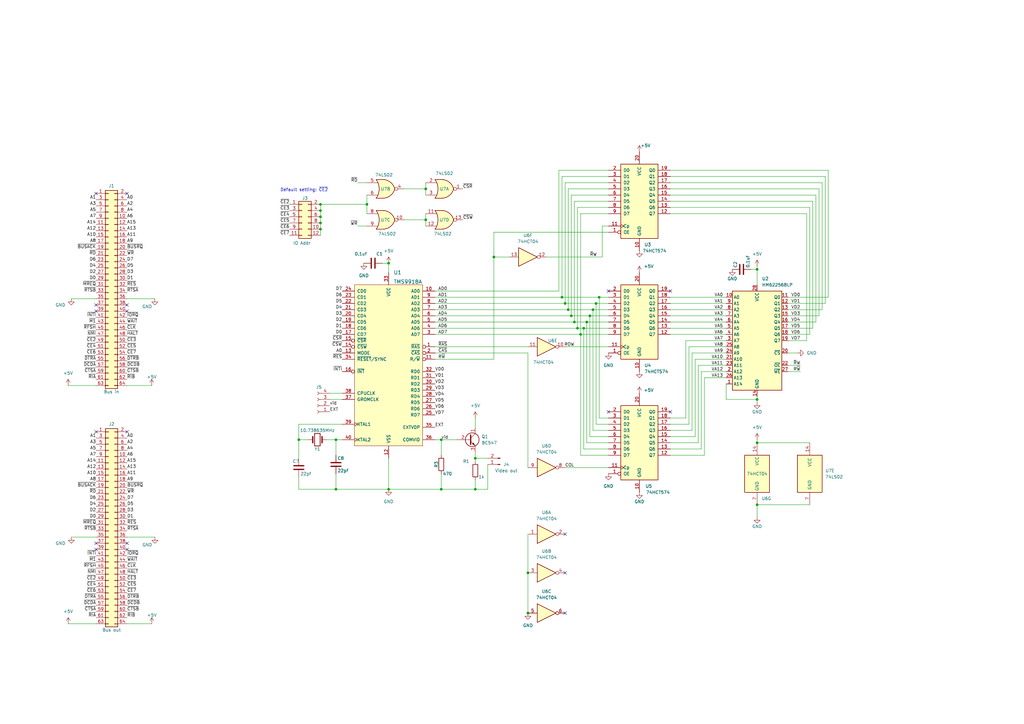
<source format=kicad_sch>
(kicad_sch (version 20211123) (generator eeschema)
  (paper "A3")
  (title_block (title "TMS9918A ") (date "2022-03") (rev "Rev.1.1") (company "Doctor Volt"))
  (lib_symbols
    (symbol "74xx:74HCT04"
      (property "Reference" "U" (at 0 1.27 0))
      (property "Value" "74HCT04" (at 0 -1.27 0))
      (symbol "74HCT04_1_0"
        (pin input line (at -7.62 0 0) (length 3.81) (name "~") (number "1"))
        (pin output inverted (at 7.62 0 180) (length 3.81) (name "~") (number "2"))
      )
      (symbol "74HCT04_2_0"
        (pin input line (at -7.62 0 0) (length 3.81) (name "~") (number "3"))
        (pin output inverted (at 7.62 0 180) (length 3.81) (name "~") (number "4"))
      )
      (symbol "74HCT04_3_0"
        (pin input line (at -7.62 0 0) (length 3.81) (name "~") (number "5"))
        (pin output inverted (at 7.62 0 180) (length 3.81) (name "~") (number "6"))
      )
      (symbol "74HCT04_4_0"
        (pin output inverted (at 7.62 0 180) (length 3.81) (name "~") (number "8"))
        (pin input line (at -7.62 0 0) (length 3.81) (name "~") (number "9"))
      )
      (symbol "74HCT04_5_0"
        (pin output inverted (at 7.62 0 180) (length 3.81) (name "~") (number "10"))
        (pin input line (at -7.62 0 0) (length 3.81) (name "~") (number "11"))
      )
      (symbol "74HCT04_6_0"
        (pin output inverted (at 7.62 0 180) (length 3.81) (name "~") (number "12"))
        (pin input line (at -7.62 0 0) (length 3.81) (name "~") (number "13"))
      )
      (symbol "74HCT04_7_0"
        (pin power_in line (at 0 12.7 270) (length 5.08) (name "VCC") (number "14"))
        (pin power_in line (at 0 -12.7 90) (length 5.08) (name "GND") (number "7"))
      )
    )
    (symbol "74xx:74LS02" (pin_names (offset 1.016))
      (property "Reference" "U" (at 0 1.27 0))
      (property "Value" "74LS02" (at 0 -1.27 0))
      (symbol "74LS02_1_1"
        (pin output inverted (at 7.62 0 180) (length 3.81) (name "~") (number "1"))
        (pin input line (at -7.62 2.54 0) (length 4.318) (name "~") (number "2"))
        (pin input line (at -7.62 -2.54 0) (length 4.318) (name "~") (number "3"))
      )
      (symbol "74LS02_1_2"
        (pin output line (at 7.62 0 180) (length 3.81) (name "~") (number "1"))
        (pin input inverted (at -7.62 2.54 0) (length 3.81) (name "~") (number "2"))
        (pin input inverted (at -7.62 -2.54 0) (length 3.81) (name "~") (number "3"))
      )
      (symbol "74LS02_2_1"
        (pin output inverted (at 7.62 0 180) (length 3.81) (name "~") (number "4"))
        (pin input line (at -7.62 2.54 0) (length 4.318) (name "~") (number "5"))
        (pin input line (at -7.62 -2.54 0) (length 4.318) (name "~") (number "6"))
      )
      (symbol "74LS02_2_2"
        (pin output line (at 7.62 0 180) (length 3.81) (name "~") (number "4"))
        (pin input inverted (at -7.62 2.54 0) (length 3.81) (name "~") (number "5"))
        (pin input inverted (at -7.62 -2.54 0) (length 3.81) (name "~") (number "6"))
      )
      (symbol "74LS02_3_1"
        (pin output inverted (at 7.62 0 180) (length 3.81) (name "~") (number "10"))
        (pin input line (at -7.62 2.54 0) (length 4.318) (name "~") (number "8"))
        (pin input line (at -7.62 -2.54 0) (length 4.318) (name "~") (number "9"))
      )
      (symbol "74LS02_3_2"
        (pin output line (at 7.62 0 180) (length 3.81) (name "~") (number "10"))
        (pin input inverted (at -7.62 2.54 0) (length 3.81) (name "~") (number "8"))
        (pin input inverted (at -7.62 -2.54 0) (length 3.81) (name "~") (number "9"))
      )
      (symbol "74LS02_4_1"
        (pin input line (at -7.62 2.54 0) (length 4.318) (name "~") (number "11"))
        (pin input line (at -7.62 -2.54 0) (length 4.318) (name "~") (number "12"))
        (pin output inverted (at 7.62 0 180) (length 3.81) (name "~") (number "13"))
      )
      (symbol "74LS02_4_2"
        (pin input inverted (at -7.62 2.54 0) (length 3.81) (name "~") (number "11"))
        (pin input inverted (at -7.62 -2.54 0) (length 3.81) (name "~") (number "12"))
        (pin output line (at 7.62 0 180) (length 3.81) (name "~") (number "13"))
      )
      (symbol "74LS02_5_0"
        (pin power_in line (at 0 12.7 270) (length 5.08) (name "VCC") (number "14"))
        (pin power_in line (at 0 -12.7 90) (length 5.08) (name "GND") (number "7"))
      )
    )
    (symbol "74xx:74LS574" (pin_names (offset 1.016))
      (property "Reference" "U" (at -7.62 16.51 0))
      (property "Value" "74LS574" (at -7.62 -16.51 0))
      (symbol "74LS574_1_0"
        (pin input inverted (at -12.7 -12.7 0) (length 5.08) (name "OE") (number "1"))
        (pin power_in line (at 0 -20.32 90) (length 5.08) (name "GND") (number "10"))
        (pin input clock (at -12.7 -10.16 0) (length 5.08) (name "Cp") (number "11"))
        (pin tri_state line (at 12.7 -5.08 180) (length 5.08) (name "Q7") (number "12"))
        (pin tri_state line (at 12.7 -2.54 180) (length 5.08) (name "Q6") (number "13"))
        (pin tri_state line (at 12.7 0 180) (length 5.08) (name "Q5") (number "14"))
        (pin tri_state line (at 12.7 2.54 180) (length 5.08) (name "Q4") (number "15"))
        (pin tri_state line (at 12.7 5.08 180) (length 5.08) (name "Q3") (number "16"))
        (pin tri_state line (at 12.7 7.62 180) (length 5.08) (name "Q2") (number "17"))
        (pin tri_state line (at 12.7 10.16 180) (length 5.08) (name "Q1") (number "18"))
        (pin tri_state line (at 12.7 12.7 180) (length 5.08) (name "Q0") (number "19"))
        (pin input line (at -12.7 12.7 0) (length 5.08) (name "D0") (number "2"))
        (pin power_in line (at 0 20.32 270) (length 5.08) (name "VCC") (number "20"))
        (pin input line (at -12.7 10.16 0) (length 5.08) (name "D1") (number "3"))
        (pin input line (at -12.7 7.62 0) (length 5.08) (name "D2") (number "4"))
        (pin input line (at -12.7 5.08 0) (length 5.08) (name "D3") (number "5"))
        (pin input line (at -12.7 2.54 0) (length 5.08) (name "D4") (number "6"))
        (pin input line (at -12.7 0 0) (length 5.08) (name "D5") (number "7"))
        (pin input line (at -12.7 -2.54 0) (length 5.08) (name "D6") (number "8"))
        (pin input line (at -12.7 -5.08 0) (length 5.08) (name "D7") (number "9"))
      )
    )
    (symbol "Connector:Conn_01x02_Male" (pin_names (offset 1.016) hide)
      (property "Reference" "J" (at 0 2.54 0))
      (property "Value" "Conn_01x02_Male" (at 0 -5.08 0))
      (symbol "Conn_01x02_Male_1_1"
        (pin passive line (at 5.08 0 180) (length 3.81) (name "Pin_1") (number "1"))
        (pin passive line (at 5.08 -2.54 180) (length 3.81) (name "Pin_2") (number "2"))
      )
    )
    (symbol "Connector:Conn_01x04_Female" (pin_names (offset 1.016) hide)
      (property "Reference" "J" (at 0 5.08 0))
      (property "Value" "Conn_01x04_Female" (at 0 -7.62 0))
      (symbol "Conn_01x04_Female_1_1"
        (pin passive line (at -5.08 2.54 0) (length 3.81) (name "Pin_1") (number "1"))
        (pin passive line (at -5.08 0 0) (length 3.81) (name "Pin_2") (number "2"))
        (pin passive line (at -5.08 -2.54 0) (length 3.81) (name "Pin_3") (number "3"))
        (pin passive line (at -5.08 -5.08 0) (length 3.81) (name "Pin_4") (number "4"))
      )
    )
    (symbol "Connector_Generic:Conn_02x06_Odd_Even" (pin_names (offset 1.016) hide)
      (property "Reference" "J" (at 1.27 7.62 0))
      (property "Value" "Conn_02x06_Odd_Even" (at 1.27 -10.16 0))
      (symbol "Conn_02x06_Odd_Even_1_1"
        (pin passive line (at -5.08 5.08 0) (length 3.81) (name "Pin_1") (number "1"))
        (pin passive line (at 7.62 -5.08 180) (length 3.81) (name "Pin_10") (number "10"))
        (pin passive line (at -5.08 -7.62 0) (length 3.81) (name "Pin_11") (number "11"))
        (pin passive line (at 7.62 -7.62 180) (length 3.81) (name "Pin_12") (number "12"))
        (pin passive line (at 7.62 5.08 180) (length 3.81) (name "Pin_2") (number "2"))
        (pin passive line (at -5.08 2.54 0) (length 3.81) (name "Pin_3") (number "3"))
        (pin passive line (at 7.62 2.54 180) (length 3.81) (name "Pin_4") (number "4"))
        (pin passive line (at -5.08 0 0) (length 3.81) (name "Pin_5") (number "5"))
        (pin passive line (at 7.62 0 180) (length 3.81) (name "Pin_6") (number "6"))
        (pin passive line (at -5.08 -2.54 0) (length 3.81) (name "Pin_7") (number "7"))
        (pin passive line (at 7.62 -2.54 180) (length 3.81) (name "Pin_8") (number "8"))
        (pin passive line (at -5.08 -5.08 0) (length 3.81) (name "Pin_9") (number "9"))
      )
    )
    (symbol "Connector_Generic:Conn_02x32_Odd_Even" (pin_names (offset 1.016) hide)
      (property "Reference" "J" (at 1.27 40.64 0))
      (property "Value" "Conn_02x32_Odd_Even" (at 1.27 -43.18 0))
      (symbol "Conn_02x32_Odd_Even_1_1"
        (pin passive line (at -5.08 38.1 0) (length 3.81) (name "Pin_1") (number "1"))
        (pin passive line (at 7.62 27.94 180) (length 3.81) (name "Pin_10") (number "10"))
        (pin passive line (at -5.08 25.4 0) (length 3.81) (name "Pin_11") (number "11"))
        (pin passive line (at 7.62 25.4 180) (length 3.81) (name "Pin_12") (number "12"))
        (pin passive line (at -5.08 22.86 0) (length 3.81) (name "Pin_13") (number "13"))
        (pin passive line (at 7.62 22.86 180) (length 3.81) (name "Pin_14") (number "14"))
        (pin passive line (at -5.08 20.32 0) (length 3.81) (name "Pin_15") (number "15"))
        (pin passive line (at 7.62 20.32 180) (length 3.81) (name "Pin_16") (number "16"))
        (pin passive line (at -5.08 17.78 0) (length 3.81) (name "Pin_17") (number "17"))
        (pin passive line (at 7.62 17.78 180) (length 3.81) (name "Pin_18") (number "18"))
        (pin passive line (at -5.08 15.24 0) (length 3.81) (name "Pin_19") (number "19"))
        (pin passive line (at 7.62 38.1 180) (length 3.81) (name "Pin_2") (number "2"))
        (pin passive line (at 7.62 15.24 180) (length 3.81) (name "Pin_20") (number "20"))
        (pin passive line (at -5.08 12.7 0) (length 3.81) (name "Pin_21") (number "21"))
        (pin passive line (at 7.62 12.7 180) (length 3.81) (name "Pin_22") (number "22"))
        (pin passive line (at -5.08 10.16 0) (length 3.81) (name "Pin_23") (number "23"))
        (pin passive line (at 7.62 10.16 180) (length 3.81) (name "Pin_24") (number "24"))
        (pin passive line (at -5.08 7.62 0) (length 3.81) (name "Pin_25") (number "25"))
        (pin passive line (at 7.62 7.62 180) (length 3.81) (name "Pin_26") (number "26"))
        (pin passive line (at -5.08 5.08 0) (length 3.81) (name "Pin_27") (number "27"))
        (pin passive line (at 7.62 5.08 180) (length 3.81) (name "Pin_28") (number "28"))
        (pin passive line (at -5.08 2.54 0) (length 3.81) (name "Pin_29") (number "29"))
        (pin passive line (at -5.08 35.56 0) (length 3.81) (name "Pin_3") (number "3"))
        (pin passive line (at 7.62 2.54 180) (length 3.81) (name "Pin_30") (number "30"))
        (pin passive line (at -5.08 0 0) (length 3.81) (name "Pin_31") (number "31"))
        (pin passive line (at 7.62 0 180) (length 3.81) (name "Pin_32") (number "32"))
        (pin passive line (at -5.08 -2.54 0) (length 3.81) (name "Pin_33") (number "33"))
        (pin passive line (at 7.62 -2.54 180) (length 3.81) (name "Pin_34") (number "34"))
        (pin passive line (at -5.08 -5.08 0) (length 3.81) (name "Pin_35") (number "35"))
        (pin passive line (at 7.62 -5.08 180) (length 3.81) (name "Pin_36") (number "36"))
        (pin passive line (at -5.08 -7.62 0) (length 3.81) (name "Pin_37") (number "37"))
        (pin passive line (at 7.62 -7.62 180) (length 3.81) (name "Pin_38") (number "38"))
        (pin passive line (at -5.08 -10.16 0) (length 3.81) (name "Pin_39") (number "39"))
        (pin passive line (at 7.62 35.56 180) (length 3.81) (name "Pin_4") (number "4"))
        (pin passive line (at 7.62 -10.16 180) (length 3.81) (name "Pin_40") (number "40"))
        (pin passive line (at -5.08 -12.7 0) (length 3.81) (name "Pin_41") (number "41"))
        (pin passive line (at 7.62 -12.7 180) (length 3.81) (name "Pin_42") (number "42"))
        (pin passive line (at -5.08 -15.24 0) (length 3.81) (name "Pin_43") (number "43"))
        (pin passive line (at 7.62 -15.24 180) (length 3.81) (name "Pin_44") (number "44"))
        (pin passive line (at -5.08 -17.78 0) (length 3.81) (name "Pin_45") (number "45"))
        (pin passive line (at 7.62 -17.78 180) (length 3.81) (name "Pin_46") (number "46"))
        (pin passive line (at -5.08 -20.32 0) (length 3.81) (name "Pin_47") (number "47"))
        (pin passive line (at 7.62 -20.32 180) (length 3.81) (name "Pin_48") (number "48"))
        (pin passive line (at -5.08 -22.86 0) (length 3.81) (name "Pin_49") (number "49"))
        (pin passive line (at -5.08 33.02 0) (length 3.81) (name "Pin_5") (number "5"))
        (pin passive line (at 7.62 -22.86 180) (length 3.81) (name "Pin_50") (number "50"))
        (pin passive line (at -5.08 -25.4 0) (length 3.81) (name "Pin_51") (number "51"))
        (pin passive line (at 7.62 -25.4 180) (length 3.81) (name "Pin_52") (number "52"))
        (pin passive line (at -5.08 -27.94 0) (length 3.81) (name "Pin_53") (number "53"))
        (pin passive line (at 7.62 -27.94 180) (length 3.81) (name "Pin_54") (number "54"))
        (pin passive line (at -5.08 -30.48 0) (length 3.81) (name "Pin_55") (number "55"))
        (pin passive line (at 7.62 -30.48 180) (length 3.81) (name "Pin_56") (number "56"))
        (pin passive line (at -5.08 -33.02 0) (length 3.81) (name "Pin_57") (number "57"))
        (pin passive line (at 7.62 -33.02 180) (length 3.81) (name "Pin_58") (number "58"))
        (pin passive line (at -5.08 -35.56 0) (length 3.81) (name "Pin_59") (number "59"))
        (pin passive line (at 7.62 33.02 180) (length 3.81) (name "Pin_6") (number "6"))
        (pin passive line (at 7.62 -35.56 180) (length 3.81) (name "Pin_60") (number "60"))
        (pin passive line (at -5.08 -38.1 0) (length 3.81) (name "Pin_61") (number "61"))
        (pin passive line (at 7.62 -38.1 180) (length 3.81) (name "Pin_62") (number "62"))
        (pin passive line (at -5.08 -40.64 0) (length 3.81) (name "Pin_63") (number "63"))
        (pin passive line (at 7.62 -40.64 180) (length 3.81) (name "Pin_64") (number "64"))
        (pin passive line (at -5.08 30.48 0) (length 3.81) (name "Pin_7") (number "7"))
        (pin passive line (at 7.62 30.48 180) (length 3.81) (name "Pin_8") (number "8"))
        (pin passive line (at -5.08 27.94 0) (length 3.81) (name "Pin_9") (number "9"))
      )
    )
    (symbol "Device:C" (pin_numbers hide) (pin_names (offset 0.254))
      (property "Reference" "C" (at 0.635 2.54 0))
      (property "Value" "C" (at 0.635 -2.54 0))
      (symbol "C_1_1"
        (pin passive line (at 0 3.81 270) (length 2.794) (name "~") (number "1"))
        (pin passive line (at 0 -3.81 90) (length 2.794) (name "~") (number "2"))
      )
    )
    (symbol "Device:Crystal" (pin_numbers hide) (pin_names (offset 1.016) hide)
      (property "Reference" "Y" (at 0 3.81 0))
      (property "Value" "Crystal" (at 0 -3.81 0))
      (symbol "Crystal_1_1"
        (pin passive line (at -3.81 0 0) (length 1.27) (name "1") (number "1"))
        (pin passive line (at 3.81 0 180) (length 1.27) (name "2") (number "2"))
      )
    )
    (symbol "Device:R" (pin_numbers hide) (pin_names (offset 0))
      (property "Reference" "R" (at 2.032 0 90))
      (property "Value" "R" (at 0 0 90))
      (symbol "R_1_1"
        (pin passive line (at 0 3.81 270) (length 1.27) (name "~") (number "1"))
        (pin passive line (at 0 -3.81 90) (length 1.27) (name "~") (number "2"))
      )
    )
    (symbol "Memory_RAM:HM62256BLP"
      (property "Reference" "U" (at -10.16 20.955 0))
      (property "Value" "HM62256BLP" (at 2.54 20.955 0))
      (symbol "HM62256BLP_0_0"
        (pin power_in line (at 0 -22.86 90) (length 2.54) (name "GND") (number "14"))
        (pin power_in line (at 0 22.86 270) (length 2.54) (name "VCC") (number "28"))
      )
      (symbol "HM62256BLP_1_1"
        (pin input line (at -12.7 -17.78 0) (length 2.54) (name "A14") (number "1"))
        (pin input line (at -12.7 17.78 0) (length 2.54) (name "A0") (number "10"))
        (pin tri_state line (at 12.7 17.78 180) (length 2.54) (name "Q0") (number "11"))
        (pin tri_state line (at 12.7 15.24 180) (length 2.54) (name "Q1") (number "12"))
        (pin tri_state line (at 12.7 12.7 180) (length 2.54) (name "Q2") (number "13"))
        (pin tri_state line (at 12.7 10.16 180) (length 2.54) (name "Q3") (number "15"))
        (pin tri_state line (at 12.7 7.62 180) (length 2.54) (name "Q4") (number "16"))
        (pin tri_state line (at 12.7 5.08 180) (length 2.54) (name "Q5") (number "17"))
        (pin tri_state line (at 12.7 2.54 180) (length 2.54) (name "Q6") (number "18"))
        (pin tri_state line (at 12.7 0 180) (length 2.54) (name "Q7") (number "19"))
        (pin input line (at -12.7 -12.7 0) (length 2.54) (name "A12") (number "2"))
        (pin input line (at 12.7 -5.08 180) (length 2.54) (name "~{CS}") (number "20"))
        (pin input line (at -12.7 -7.62 0) (length 2.54) (name "A10") (number "21"))
        (pin input line (at 12.7 -10.16 180) (length 2.54) (name "~{OE}") (number "22"))
        (pin input line (at -12.7 -10.16 0) (length 2.54) (name "A11") (number "23"))
        (pin input line (at -12.7 -5.08 0) (length 2.54) (name "A9") (number "24"))
        (pin input line (at -12.7 -2.54 0) (length 2.54) (name "A8") (number "25"))
        (pin input line (at -12.7 -15.24 0) (length 2.54) (name "A13") (number "26"))
        (pin input line (at 12.7 -12.7 180) (length 2.54) (name "~{WE}") (number "27"))
        (pin input line (at -12.7 0 0) (length 2.54) (name "A7") (number "3"))
        (pin input line (at -12.7 2.54 0) (length 2.54) (name "A6") (number "4"))
        (pin input line (at -12.7 5.08 0) (length 2.54) (name "A5") (number "5"))
        (pin input line (at -12.7 7.62 0) (length 2.54) (name "A4") (number "6"))
        (pin input line (at -12.7 10.16 0) (length 2.54) (name "A3") (number "7"))
        (pin input line (at -12.7 12.7 0) (length 2.54) (name "A2") (number "8"))
        (pin input line (at -12.7 15.24 0) (length 2.54) (name "A1") (number "9"))
      )
    )
    (symbol "Transistor_BJT:BC547" (pin_names (offset 0) hide)
      (property "Reference" "Q" (at 5.08 1.905 0))
      (property "Value" "BC547" (at 5.08 0 0))
      (symbol "BC547_1_1"
        (pin passive line (at 2.54 5.08 270) (length 2.54) (name "C") (number "1"))
        (pin input line (at -5.08 0 0) (length 5.08) (name "B") (number "2"))
        (pin passive line (at 2.54 -5.08 90) (length 2.54) (name "E") (number "3"))
      )
    )
    (symbol "power:+5V" (power) (pin_names (offset 0))
      (property "Value" "+5V" (at 0 3.556 0))
      (symbol "+5V_1_1"
        (pin power_in line (at 0 0 90) (length 0) hide (name "+5V") (number "1"))
      )
    )
    (symbol "power:GND" (power) (pin_names (offset 0))
      (property "Value" "GND" (at 0 -3.81 0))
      (symbol "GND_1_1"
        (pin power_in line (at 0 0 270) (length 0) hide (name "GND") (number "1"))
      )
    )
    (symbol "zx2022:TMS9918A" (pin_names (offset 1.016))
      (property "Reference" "U" (at -12.7 35.56 0))
      (property "Value" "TMS9918A" (at 8.89 -35.56 0))
      (symbol "TMS9918A_1_1"
        (pin output inverted (at 19.05 7.62 180) (length 5.08) (name "~{RAS}") (number "1"))
        (pin output line (at 19.05 30.48 180) (length 5.08) (name "AD0") (number "10"))
        (pin output inverted (at 19.05 2.54 180) (length 5.08) (name "R/~{W}") (number "11"))
        (pin power_in line (at 0 -38.1 90) (length 5.08) (name "VSS") (number "12"))
        (pin input line (at -19.05 5.08 0) (length 5.08) (name "MODE") (number "13"))
        (pin input inverted (at -19.05 7.62 0) (length 5.08) (name "~{CSW}") (number "14"))
        (pin input inverted (at -19.05 10.16 0) (length 5.08) (name "~{CSR}") (number "15"))
        (pin output inverted (at -19.05 -2.54 0) (length 5.08) (name "~{INT}") (number "16"))
        (pin bidirectional line (at -19.05 12.7 0) (length 5.08) (name "CD7") (number "17"))
        (pin bidirectional line (at -19.05 15.24 0) (length 5.08) (name "CD6") (number "18"))
        (pin bidirectional line (at -19.05 17.78 0) (length 5.08) (name "CD5") (number "19"))
        (pin output inverted (at 19.05 5.08 180) (length 5.08) (name "~{CAS}") (number "2"))
        (pin bidirectional line (at -19.05 20.32 0) (length 5.08) (name "CD4") (number "20"))
        (pin bidirectional line (at -19.05 22.86 0) (length 5.08) (name "CD3") (number "21"))
        (pin bidirectional line (at -19.05 25.4 0) (length 5.08) (name "CD2") (number "22"))
        (pin bidirectional line (at -19.05 27.94 0) (length 5.08) (name "CD1") (number "23"))
        (pin bidirectional line (at -19.05 30.48 0) (length 5.08) (name "CD0") (number "24"))
        (pin input line (at 19.05 -20.32 180) (length 5.08) (name "RD7") (number "25"))
        (pin input line (at 19.05 -17.78 180) (length 5.08) (name "RD6") (number "26"))
        (pin input line (at 19.05 -15.24 180) (length 5.08) (name "RD5") (number "27"))
        (pin input line (at 19.05 -12.7 180) (length 5.08) (name "RD4") (number "28"))
        (pin input line (at 19.05 -10.16 180) (length 5.08) (name "RD3") (number "29"))
        (pin output line (at 19.05 12.7 180) (length 5.08) (name "AD7") (number "3"))
        (pin input line (at 19.05 -7.62 180) (length 5.08) (name "RD2") (number "30"))
        (pin input line (at 19.05 -5.08 180) (length 5.08) (name "RD1") (number "31"))
        (pin input line (at 19.05 -2.54 180) (length 5.08) (name "RD0") (number "32"))
        (pin power_in line (at 0 38.1 270) (length 5.08) (name "VCC") (number "33"))
        (pin input line (at -19.05 2.54 0) (length 5.08) (name "~{RESET}/SYNC") (number "34"))
        (pin bidirectional line (at 19.05 -25.4 180) (length 5.08) (name "EXTVDP") (number "35"))
        (pin output line (at 19.05 -30.48 180) (length 5.08) (name "COMVID") (number "36"))
        (pin output line (at -19.05 -13.97 0) (length 5.08) (name "GROMCLK") (number "37"))
        (pin output line (at -19.05 -11.43 0) (length 5.08) (name "CPUCLK") (number "38"))
        (pin input clock (at -19.05 -24.13 0) (length 5.08) (name "XTAL1") (number "39"))
        (pin output line (at 19.05 15.24 180) (length 5.08) (name "AD6") (number "4"))
        (pin input clock (at -19.05 -30.48 0) (length 5.08) (name "XTAL2") (number "40"))
        (pin output line (at 19.05 17.78 180) (length 5.08) (name "AD5") (number "5"))
        (pin output line (at 19.05 20.32 180) (length 5.08) (name "AD4") (number "6"))
        (pin output line (at 19.05 22.86 180) (length 5.08) (name "AD3") (number "7"))
        (pin output line (at 19.05 25.4 180) (length 5.08) (name "AD2") (number "8"))
        (pin output line (at 19.05 27.94 180) (length 5.08) (name "AD1") (number "9"))
      )
    )
  )
  (junction (at 310.515 163.83))
  (junction (at 174.625 90.17))
  (junction (at 231.775 124.46))
  (junction (at 131.445 93.98))
  (junction (at 310.515 110.49))
  (junction (at 159.385 107.95))
  (junction (at 243.205 127))
  (junction (at 180.975 180.34))
  (junction (at 137.795 200.66))
  (junction (at 131.445 88.9))
  (junction (at 238.125 137.16))
  (junction (at 150.495 83.82))
  (junction (at 244.475 124.46))
  (junction (at 233.045 127))
  (junction (at 180.975 200.66))
  (junction (at 239.395 134.62))
  (junction (at 194.945 187.96))
  (junction (at 216.535 234.95))
  (junction (at 230.505 121.92))
  (junction (at 122.555 180.34))
  (junction (at 241.935 129.54))
  (junction (at 216.535 251.46))
  (junction (at 236.855 134.62))
  (junction (at 131.445 83.82))
  (junction (at 310.515 181.61))
  (junction (at 131.445 86.36))
  (junction (at 202.565 105.41))
  (junction (at 235.585 132.08))
  (junction (at 245.745 121.92))
  (junction (at 234.315 129.54))
  (junction (at 194.945 200.66))
  (junction (at 240.665 132.08))
  (junction (at 137.795 180.34))
  (junction (at 131.445 91.44))
  (junction (at 159.385 200.66))
  (junction (at 174.625 77.47))
  (junction (at 310.515 207.01))
  (no_connect (at 52.1195 225.3671))
  (no_connect (at 52.07 125.095))
  (no_connect (at 39.37 127.635))
  (no_connect (at 274.955 119.38))
  (no_connect (at 249.555 168.91))
  (no_connect (at 39.4195 177.1071))
  (no_connect (at 52.1195 222.8271))
  (no_connect (at 52.1195 177.1071))
  (no_connect (at 39.37 125.095))
  (no_connect (at 39.4195 222.8271))
  (no_connect (at 39.4195 225.3671))
  (no_connect (at 52.07 127.635))
  (no_connect (at 39.37 79.375))
  (no_connect (at 274.955 168.91))
  (no_connect (at 231.775 219.075))
  (no_connect (at 231.775 234.95))
  (no_connect (at 231.775 251.46))
  (no_connect (at 249.555 119.38))
  (no_connect (at 52.07 79.375))
  (wire (pts (xy 330.835 87.63) (xy 330.835 139.7)))
  (wire (pts (xy 281.305 139.7) (xy 281.305 171.45)))
  (wire (pts (xy 178.435 147.32) (xy 202.565 147.32)))
  (wire (pts (xy 234.315 80.01) (xy 249.555 80.01)))
  (wire (pts (xy 243.205 127) (xy 249.555 127)))
  (wire (pts (xy 216.535 144.78) (xy 216.535 191.77)))
  (wire (pts (xy 338.455 72.39) (xy 338.455 124.46)))
  (wire (pts (xy 52.1195 220.2871) (xy 63.5495 220.2871)))
  (wire (pts (xy 231.775 142.24) (xy 249.555 142.24)))
  (wire (pts (xy 274.955 134.62) (xy 297.815 134.62)))
  (wire (pts (xy 233.045 77.47) (xy 249.555 77.47)))
  (wire (pts (xy 29.2595 220.2871) (xy 39.4195 220.2871)))
  (wire (pts (xy 323.215 134.62) (xy 333.375 134.62)))
  (wire (pts (xy 249.555 179.07) (xy 241.935 179.07)))
  (wire (pts (xy 126.365 180.34) (xy 122.555 180.34)))
  (wire (pts (xy 194.945 187.96) (xy 200.025 187.96)))
  (wire (pts (xy 159.385 200.66) (xy 180.975 200.66)))
  (wire (pts (xy 180.975 180.34) (xy 187.325 180.34)))
  (wire (pts (xy 235.585 82.55) (xy 235.585 132.08)))
  (wire (pts (xy 283.845 144.78) (xy 297.815 144.78)))
  (wire (pts (xy 310.515 110.49) (xy 310.515 116.84)))
  (wire (pts (xy 131.445 93.98) (xy 131.445 96.52)))
  (wire (pts (xy 178.435 119.38) (xy 229.235 119.38)))
  (wire (pts (xy 337.185 74.93) (xy 337.185 127)))
  (wire (pts (xy 178.435 121.92) (xy 230.505 121.92)))
  (wire (pts (xy 178.435 142.24) (xy 216.535 142.24)))
  (wire (pts (xy 178.435 134.62) (xy 236.855 134.62)))
  (wire (pts (xy 274.955 181.61) (xy 286.385 181.61)))
  (wire (pts (xy 236.855 85.09) (xy 236.855 134.62)))
  (wire (pts (xy 274.955 171.45) (xy 281.305 171.45)))
  (wire (pts (xy 310.515 165.1) (xy 310.515 163.83)))
  (wire (pts (xy 274.955 184.15) (xy 287.655 184.15)))
  (wire (pts (xy 274.955 82.55) (xy 333.375 82.55)))
  (wire (pts (xy 282.575 142.24) (xy 282.575 173.99)))
  (wire (pts (xy 239.395 184.15) (xy 239.395 134.62)))
  (wire (pts (xy 281.305 139.7) (xy 297.815 139.7)))
  (wire (pts (xy 323.215 124.46) (xy 338.455 124.46)))
  (wire (pts (xy 174.625 87.63) (xy 174.625 90.17)))
  (wire (pts (xy 310.515 181.61) (xy 332.105 181.61)))
  (wire (pts (xy 29.21 122.555) (xy 39.37 122.555)))
  (wire (pts (xy 159.385 187.96) (xy 159.385 200.66)))
  (wire (pts (xy 174.625 90.17) (xy 174.625 92.71)))
  (wire (pts (xy 245.745 121.92) (xy 249.555 121.92)))
  (wire (pts (xy 287.655 152.4) (xy 297.815 152.4)))
  (wire (pts (xy 240.665 132.08) (xy 249.555 132.08)))
  (wire (pts (xy 323.215 149.86) (xy 328.295 149.86)))
  (wire (pts (xy 131.445 83.82) (xy 131.445 86.36)))
  (wire (pts (xy 27.94 158.115) (xy 39.37 158.115)))
  (wire (pts (xy 174.625 74.93) (xy 174.625 77.47)))
  (wire (pts (xy 238.125 137.16) (xy 238.125 186.69)))
  (wire (pts (xy 202.565 147.32) (xy 202.565 105.41)))
  (wire (pts (xy 233.045 77.47) (xy 233.045 127)))
  (wire (pts (xy 27.9895 255.8471) (xy 39.4195 255.8471)))
  (wire (pts (xy 178.435 129.54) (xy 234.315 129.54)))
  (wire (pts (xy 178.435 127) (xy 233.045 127)))
  (wire (pts (xy 249.555 173.99) (xy 244.475 173.99)))
  (wire (pts (xy 274.955 77.47) (xy 335.915 77.47)))
  (wire (pts (xy 323.215 127) (xy 337.185 127)))
  (wire (pts (xy 133.985 180.34) (xy 137.795 180.34)))
  (wire (pts (xy 156.845 107.95) (xy 159.385 107.95)))
  (wire (pts (xy 274.955 80.01) (xy 334.645 80.01)))
  (wire (pts (xy 274.955 176.53) (xy 283.845 176.53)))
  (wire (pts (xy 274.955 72.39) (xy 338.455 72.39)))
  (wire (pts (xy 236.855 85.09) (xy 249.555 85.09)))
  (wire (pts (xy 216.535 234.95) (xy 216.535 251.46)))
  (wire (pts (xy 274.955 132.08) (xy 297.815 132.08)))
  (wire (pts (xy 234.315 129.54) (xy 241.935 129.54)))
  (wire (pts (xy 323.215 144.78) (xy 327.025 144.78)))
  (wire (pts (xy 238.125 137.16) (xy 238.125 87.63)))
  (wire (pts (xy 310.515 181.61) (xy 310.515 180.34)))
  (wire (pts (xy 244.475 124.46) (xy 249.555 124.46)))
  (wire (pts (xy 243.205 176.53) (xy 243.205 127)))
  (wire (pts (xy 146.685 92.71) (xy 150.495 92.71)))
  (wire (pts (xy 174.625 77.47) (xy 174.625 80.01)))
  (wire (pts (xy 231.775 191.77) (xy 249.555 191.77)))
  (wire (pts (xy 339.725 69.85) (xy 339.725 121.92)))
  (wire (pts (xy 52.07 122.555) (xy 63.5 122.555)))
  (wire (pts (xy 333.375 82.55) (xy 333.375 134.62)))
  (wire (pts (xy 244.475 173.99) (xy 244.475 124.46)))
  (wire (pts (xy 235.585 132.08) (xy 240.665 132.08)))
  (wire (pts (xy 249.555 69.85) (xy 229.235 69.85)))
  (wire (pts (xy 178.435 180.34) (xy 180.975 180.34)))
  (wire (pts (xy 249.555 92.71) (xy 247.015 92.71)))
  (wire (pts (xy 238.125 87.63) (xy 249.555 87.63)))
  (wire (pts (xy 137.795 186.69) (xy 137.795 180.34)))
  (wire (pts (xy 231.775 74.93) (xy 249.555 74.93)))
  (wire (pts (xy 274.955 69.85) (xy 339.725 69.85)))
  (wire (pts (xy 282.575 142.24) (xy 297.815 142.24)))
  (wire (pts (xy 150.495 80.01) (xy 150.495 83.82)))
  (wire (pts (xy 52.1195 255.8471) (xy 62.2795 255.8471)))
  (wire (pts (xy 180.975 180.34) (xy 180.975 186.69)))
  (wire (pts (xy 323.215 137.16) (xy 332.105 137.16)))
  (wire (pts (xy 310.515 109.22) (xy 310.515 110.49)))
  (wire (pts (xy 131.445 83.82) (xy 150.495 83.82)))
  (wire (pts (xy 178.435 132.08) (xy 235.585 132.08)))
  (wire (pts (xy 307.975 110.49) (xy 310.515 110.49)))
  (wire (pts (xy 274.955 85.09) (xy 332.105 85.09)))
  (wire (pts (xy 230.505 72.39) (xy 230.505 121.92)))
  (wire (pts (xy 200.025 190.5) (xy 200.025 200.66)))
  (wire (pts (xy 231.775 74.93) (xy 231.775 124.46)))
  (wire (pts (xy 323.215 152.4) (xy 328.295 152.4)))
  (wire (pts (xy 247.015 92.71) (xy 247.015 105.41)))
  (wire (pts (xy 274.955 186.69) (xy 288.925 186.69)))
  (wire (pts (xy 241.935 179.07) (xy 241.935 129.54)))
  (wire (pts (xy 122.555 173.99) (xy 140.335 173.99)))
  (wire (pts (xy 323.215 132.08) (xy 334.645 132.08)))
  (wire (pts (xy 180.975 194.31) (xy 180.975 200.66)))
  (wire (pts (xy 332.105 85.09) (xy 332.105 137.16)))
  (wire (pts (xy 131.445 91.44) (xy 131.445 93.98)))
  (wire (pts (xy 274.955 87.63) (xy 330.835 87.63)))
  (wire (pts (xy 122.555 173.99) (xy 122.555 180.34)))
  (wire (pts (xy 274.955 127) (xy 297.815 127)))
  (wire (pts (xy 194.945 187.96) (xy 194.945 189.23)))
  (wire (pts (xy 122.555 195.58) (xy 122.555 200.66)))
  (wire (pts (xy 323.215 139.7) (xy 330.835 139.7)))
  (wire (pts (xy 323.215 129.54) (xy 335.915 129.54)))
  (wire (pts (xy 234.315 80.01) (xy 234.315 129.54)))
  (wire (pts (xy 274.955 74.93) (xy 337.185 74.93)))
  (wire (pts (xy 165.735 77.47) (xy 174.625 77.47)))
  (wire (pts (xy 310.515 163.83) (xy 310.515 162.56)))
  (wire (pts (xy 122.555 180.34) (xy 122.555 187.96)))
  (wire (pts (xy 202.565 105.41) (xy 202.565 95.25)))
  (wire (pts (xy 165.735 90.17) (xy 174.625 90.17)))
  (wire (pts (xy 285.115 147.32) (xy 285.115 179.07)))
  (wire (pts (xy 241.935 129.54) (xy 249.555 129.54)))
  (wire (pts (xy 235.585 82.55) (xy 249.555 82.55)))
  (wire (pts (xy 159.385 107.95) (xy 159.385 111.76)))
  (wire (pts (xy 288.925 154.94) (xy 297.815 154.94)))
  (wire (pts (xy 323.215 121.92) (xy 339.725 121.92)))
  (wire (pts (xy 137.795 200.66) (xy 137.795 194.31)))
  (wire (pts (xy 297.815 157.48) (xy 297.815 163.83)))
  (wire (pts (xy 231.775 124.46) (xy 244.475 124.46)))
  (wire (pts (xy 229.235 69.85) (xy 229.235 119.38)))
  (wire (pts (xy 194.945 200.66) (xy 200.025 200.66)))
  (wire (pts (xy 135.255 163.83) (xy 140.335 163.83)))
  (wire (pts (xy 137.795 180.34) (xy 140.335 180.34)))
  (wire (pts (xy 238.125 137.16) (xy 249.555 137.16)))
  (wire (pts (xy 194.945 200.66) (xy 180.975 200.66)))
  (wire (pts (xy 249.555 171.45) (xy 245.745 171.45)))
  (wire (pts (xy 274.955 129.54) (xy 297.815 129.54)))
  (wire (pts (xy 122.555 200.66) (xy 137.795 200.66)))
  (wire (pts (xy 137.795 200.66) (xy 159.385 200.66)))
  (wire (pts (xy 240.665 181.61) (xy 240.665 132.08)))
  (wire (pts (xy 202.565 105.41) (xy 208.915 105.41)))
  (wire (pts (xy 150.495 83.82) (xy 150.495 87.63)))
  (wire (pts (xy 249.555 184.15) (xy 239.395 184.15)))
  (wire (pts (xy 146.685 74.93) (xy 150.495 74.93)))
  (wire (pts (xy 236.855 134.62) (xy 239.395 134.62)))
  (wire (pts (xy 238.125 186.69) (xy 249.555 186.69)))
  (wire (pts (xy 285.115 147.32) (xy 297.815 147.32)))
  (wire (pts (xy 233.045 127) (xy 243.205 127)))
  (wire (pts (xy 131.445 88.9) (xy 131.445 91.44)))
  (wire (pts (xy 334.645 80.01) (xy 334.645 132.08)))
  (wire (pts (xy 249.555 181.61) (xy 240.665 181.61)))
  (wire (pts (xy 194.945 185.42) (xy 194.945 187.96)))
  (wire (pts (xy 249.555 176.53) (xy 243.205 176.53)))
  (wire (pts (xy 230.505 121.92) (xy 245.745 121.92)))
  (wire (pts (xy 131.445 86.36) (xy 131.445 88.9)))
  (wire (pts (xy 194.945 171.45) (xy 194.945 175.26)))
  (wire (pts (xy 178.435 144.78) (xy 216.535 144.78)))
  (wire (pts (xy 286.385 149.86) (xy 286.385 181.61)))
  (wire (pts (xy 202.565 95.25) (xy 249.555 95.25)))
  (wire (pts (xy 135.255 161.29) (xy 140.335 161.29)))
  (wire (pts (xy 239.395 134.62) (xy 249.555 134.62)))
  (wire (pts (xy 178.435 137.16) (xy 238.125 137.16)))
  (wire (pts (xy 194.945 196.85) (xy 194.945 200.66)))
  (wire (pts (xy 52.07 158.115) (xy 62.23 158.115)))
  (wire (pts (xy 245.745 171.45) (xy 245.745 121.92)))
  (wire (pts (xy 274.955 137.16) (xy 297.815 137.16)))
  (wire (pts (xy 335.915 77.47) (xy 335.915 129.54)))
  (wire (pts (xy 274.955 173.99) (xy 282.575 173.99)))
  (wire (pts (xy 249.555 72.39) (xy 230.505 72.39)))
  (wire (pts (xy 216.535 219.075) (xy 216.535 234.95)))
  (wire (pts (xy 274.955 121.92) (xy 297.815 121.92)))
  (wire (pts (xy 283.845 144.78) (xy 283.845 176.53)))
  (wire (pts (xy 274.955 124.46) (xy 297.815 124.46)))
  (wire (pts (xy 286.385 149.86) (xy 297.815 149.86)))
  (wire (pts (xy 332.105 207.01) (xy 310.515 207.01)))
  (wire (pts (xy 287.655 152.4) (xy 287.655 184.15)))
  (wire (pts (xy 310.515 212.09) (xy 310.515 207.01)))
  (wire (pts (xy 288.925 154.94) (xy 288.925 186.69)))
  (wire (pts (xy 178.435 124.46) (xy 231.775 124.46)))
  (wire (pts (xy 274.955 179.07) (xy 285.115 179.07)))
  (wire (pts (xy 297.815 163.83) (xy 310.515 163.83)))
  (wire (pts (xy 224.155 105.41) (xy 247.015 105.41)))
  (text "Default setting: ~{CE2}" (at 114.935 78.74 0) (effects (font (size 1.27 1.27)) (justify left bottom)))
  (label "VA12" (at 296.545 152.4 180) (effects (font (size 1.254 1.254))))
  (label "D2" (at 39.37 112.395 180))
  (label "~{RTSB}" (at 39.37 120.015 180))
  (label "~{WAIT}" (at 52.1195 230.4471 0))
  (label "~{DTRB}" (at 52.1195 245.6871 0))
  (label "~{CE3}" (at 52.1195 238.0671 0))
  (label "VD1" (at 178.435 154.94 0))
  (label "A9" (at 52.07 99.695 0))
  (label "~{CSR}" (at 140.335 139.7 180))
  (label "VA3" (at 296.545 129.54 180) (effects (font (size 1.254 1.254))))
  (label "~{INTI}" (at 140.335 152.4 180))
  (label "~{RAS}" (at 179.705 142.24 0))
  (label "AD0" (at 179.705 119.38 0))
  (label "~{HALT}" (at 52.07 137.795 0))
  (label "~{CE2}" (at 118.745 83.82 180))
  (label "A7" (at 39.37 89.535 180))
  (label "~{RIA}" (at 39.4195 253.3071 180))
  (label "~{DCDA}" (at 39.4195 248.2271 180))
  (label "A6" (at 52.07 89.535 0))
  (label "~{CE6}" (at 118.745 93.98 180))
  (label "~{M1}" (at 39.37 132.715 180))
  (label "D0" (at 39.37 114.935 180))
  (label "D5" (at 140.335 124.46 180))
  (label "~{CTSB}" (at 52.07 153.035 0))
  (label "~{CSR}" (at 189.865 77.47 0))
  (label "D7" (at 140.335 119.38 180))
  (label "D5" (at 52.1195 207.5871 0))
  (label "A0" (at 140.335 144.78 180))
  (label "VD2" (at 324.485 127 0) (effects (font (size 1.254 1.254))))
  (label "D2" (at 39.4195 210.1271 180))
  (label "~{CE4}" (at 118.745 88.9 180))
  (label "~{INTI}" (at 39.37 130.175 180))
  (label "D0" (at 140.335 137.16 180))
  (label "~{BUSACK}" (at 39.4195 199.9671 180))
  (label "A15" (at 52.07 92.075 0))
  (label "VD7" (at 324.485 139.7 0) (effects (font (size 1.254 1.254))))
  (label "EXT" (at 178.435 175.26 0))
  (label "~{BUSRQ}" (at 52.07 102.235 0))
  (label "~{WR}" (at 146.685 92.71 180))
  (label "R~{W}" (at 328.295 152.4 180))
  (label "A2" (at 52.1195 182.1871 0))
  (label "AD3" (at 179.705 127 0))
  (label "vid" (at 135.255 166.37 0))
  (label "~{NMI}" (at 39.37 137.795 180))
  (label "A10" (at 39.4195 194.8871 180))
  (label "VA8" (at 296.545 142.24 180) (effects (font (size 1.254 1.254))))
  (label "VD7" (at 178.435 170.18 0))
  (label "~{CLK}" (at 52.1195 232.9871 0))
  (label "~{CE5}" (at 118.745 91.44 180))
  (label "VD3" (at 324.485 129.54 0) (effects (font (size 1.254 1.254))))
  (label "D3" (at 52.1195 210.1271 0))
  (label "A7" (at 39.4195 187.2671 180))
  (label "VD4" (at 324.485 132.08 0) (effects (font (size 1.254 1.254))))
  (label "D7" (at 52.07 107.315 0))
  (label "A14" (at 39.4195 189.8071 180))
  (label "D2" (at 140.335 132.08 180))
  (label "D3" (at 52.07 112.395 0))
  (label "~{CE4}" (at 39.4195 240.6071 180))
  (label "D1" (at 140.335 134.62 180))
  (label "VD6" (at 324.485 137.16 0) (effects (font (size 1.254 1.254))))
  (label "D6" (at 140.335 121.92 180))
  (label "~{RIB}" (at 52.07 155.575 0))
  (label "D3" (at 140.335 129.54 180))
  (label "~{RES}" (at 52.1195 215.2071 0))
  (label "~{DCDB}" (at 52.1195 248.2271 0))
  (label "~{CLK}" (at 52.07 135.255 0))
  (label "D0" (at 39.4195 212.6671 180))
  (label "A8" (at 39.37 99.695 180))
  (label "~{RTSA}" (at 52.07 120.015 0))
  (label "~{INTI}" (at 39.4195 227.9071 180))
  (label "~{CTSA}" (at 39.4195 250.7671 180))
  (label "A0" (at 52.1195 179.6471 0))
  (label "D4" (at 140.335 127 180))
  (label "~{WR}" (at 52.07 104.775 0))
  (label "~{DTRB}" (at 52.07 147.955 0))
  (label "VA0" (at 296.545 121.92 180) (effects (font (size 1.254 1.254))))
  (label "VD2" (at 178.435 157.48 0))
  (label "~{RES}" (at 140.335 147.32 180))
  (label "A3" (at 39.37 84.455 180))
  (label "A11" (at 52.07 97.155 0))
  (label "~{CE6}" (at 39.4195 243.1471 180))
  (label "~{DCDA}" (at 39.37 150.495 180))
  (label "~{DTRA}" (at 39.4195 245.6871 180))
  (label "VD0" (at 178.435 152.4 0))
  (label "~{CTSA}" (at 39.37 153.035 180))
  (label "A4" (at 52.1195 184.7271 0))
  (label "R~{W}" (at 179.705 147.32 0))
  (label "D4" (at 39.37 109.855 180))
  (label "VA13" (at 296.545 154.94 180) (effects (font (size 1.254 1.254))))
  (label "VD0" (at 324.485 121.92 0) (effects (font (size 1.254 1.254))))
  (label "~{RD}" (at 39.37 104.775 180))
  (label "A1" (at 39.37 81.915 180))
  (label "~{RFSH}" (at 39.4195 232.9871 180))
  (label "AD4" (at 179.705 129.54 0))
  (label "~{BUSRQ}" (at 52.1195 199.9671 0))
  (label "A13" (at 52.1195 192.3471 0))
  (label "~{RTSA}" (at 52.1195 217.7471 0))
  (label "VA5" (at 296.545 134.62 180) (effects (font (size 1.254 1.254))))
  (label "~{RES}" (at 52.07 117.475 0))
  (label "VA10" (at 296.545 147.32 180) (effects (font (size 1.254 1.254))))
  (label "~{CE5}" (at 52.07 142.875 0))
  (label "~{CE6}" (at 39.37 145.415 180))
  (label "~{CE5}" (at 52.1195 240.6071 0))
  (label "D6" (at 39.4195 205.0471 180))
  (label "A1" (at 39.4195 179.6471 180))
  (label "VD6" (at 178.435 167.64 0))
  (label "~{MREQ}" (at 39.37 117.475 180))
  (label "vid" (at 180.975 180.34 0))
  (label "~{IORQ}" (at 52.07 130.175 0))
  (label "A5" (at 39.37 86.995 180))
  (label "~{CAS}" (at 179.705 144.78 0))
  (label "EXT" (at 135.255 168.91 0))
  (label "~{DTRA}" (at 39.37 147.955 180))
  (label "~{M1}" (at 39.4195 230.4471 180))
  (label "~{CTSB}" (at 52.1195 250.7671 0))
  (label "VA1" (at 296.545 124.46 180) (effects (font (size 1.254 1.254))))
  (label "D1" (at 52.07 114.935 0))
  (label "VA11" (at 296.545 149.86 180) (effects (font (size 1.254 1.254))))
  (label "COL" (at 231.775 191.77 0) (effects (font (size 1.254 1.254))))
  (label "~{NMI}" (at 39.4195 235.5271 180))
  (label "~{CE2}" (at 39.4195 238.0671 180))
  (label "AD5" (at 179.705 132.08 0))
  (label "~{RD}" (at 146.685 74.93 180))
  (label "~{RIB}" (at 52.1195 253.3071 0))
  (label "A15" (at 52.1195 189.8071 0))
  (label "A10" (at 39.37 97.155 180))
  (label "A13" (at 52.07 94.615 0))
  (label "~{MREQ}" (at 39.4195 215.2071 180))
  (label "~{CE4}" (at 39.37 142.875 180))
  (label "A12" (at 39.4195 192.3471 180))
  (label "AD7" (at 179.705 137.16 0))
  (label "VD5" (at 324.485 134.62 0) (effects (font (size 1.254 1.254))))
  (label "~{CE2}" (at 39.37 140.335 180))
  (label "A5" (at 39.4195 184.7271 180))
  (label "VD1" (at 324.485 124.46 0) (effects (font (size 1.254 1.254))))
  (label "A14" (at 39.37 92.075 180))
  (label "~{CSW}" (at 189.865 90.17 0))
  (label "~{CE3}" (at 52.07 140.335 0))
  (label "~{R}W" (at 328.295 149.86 180))
  (label "~{RD}" (at 39.4195 202.5071 180))
  (label "VD4" (at 178.435 162.56 0))
  (label "~{CSW}" (at 140.335 142.24 180))
  (label "~{CE7}" (at 52.07 145.415 0))
  (label "VA9" (at 296.545 144.78 180) (effects (font (size 1.254 1.254))))
  (label "D1" (at 52.1195 212.6671 0))
  (label "AD2" (at 179.705 124.46 0))
  (label "~{CE3}" (at 118.745 86.36 180))
  (label "A4" (at 52.07 86.995 0))
  (label "A6" (at 52.1195 187.2671 0))
  (label "VD3" (at 178.435 160.02 0))
  (label "A9" (at 52.1195 197.4271 0))
  (label "A0" (at 52.07 81.915 0))
  (label "~{CE7}" (at 52.1195 243.1471 0))
  (label "~{DCDB}" (at 52.07 150.495 0))
  (label "A3" (at 39.4195 182.1871 180))
  (label "D7" (at 52.1195 205.0471 0))
  (label "~{BUSACK}" (at 39.37 102.235 180))
  (label "AD6" (at 179.705 134.62 0))
  (label "~{RIA}" (at 39.37 155.575 180))
  (label "~{R}W" (at 241.935 105.41 0))
  (label "A2" (at 52.07 84.455 0))
  (label "A8" (at 39.4195 197.4271 180))
  (label "VA2" (at 296.545 127 180) (effects (font (size 1.254 1.254))))
  (label "AD1" (at 179.705 121.92 0))
  (label "D6" (at 39.37 107.315 180))
  (label "VA7" (at 296.545 139.7 180) (effects (font (size 1.254 1.254))))
  (label "A11" (at 52.1195 194.8871 0))
  (label "D4" (at 39.4195 207.5871 180))
  (label "~{IORQ}" (at 52.1195 227.9071 0))
  (label "~{WAIT}" (at 52.07 132.715 0))
  (label "VA6" (at 296.545 137.16 180) (effects (font (size 1.254 1.254))))
  (label "~{RTSB}" (at 39.4195 217.7471 180))
  (label "VA4" (at 296.545 132.08 180) (effects (font (size 1.254 1.254))))
  (label "~{HALT}" (at 52.1195 235.5271 0))
  (label "~{WR}" (at 52.1195 202.5071 0))
  (label "ROW" (at 235.585 142.24 180) (effects (font (size 1.254 1.254))))
  (label "D5" (at 52.07 109.855 0))
  (label "~{RFSH}" (at 39.37 135.255 180))
  (label "A12" (at 39.37 94.615 180))
  (label "VD5" (at 178.435 165.1 0))
  (label "~{CE7}" (at 118.745 96.52 180))
  (symbol (lib_id "74xx:74LS574") (at 262.255 82.55 0) (unit 1)
    (property "Reference" "U3" (at 264.2744 100.33 0) (effects (justify left)))
    (property "Value" "74HCT574" (at 263.525 102.87 0) (effects (justify left)))
    (property "Footprint" "Package_DIP:DIP-20_W7.62mm_Socket" (effects hide))
  )
  (symbol (lib_id "74xx:74LS574") (at 262.255 132.08 0) (unit 1)
    (property "Reference" "U4" (at 264.2744 149.86 0) (effects (justify left)))
    (property "Value" "74HCT574" (at 264.2744 152.4 0) (effects (justify left)))
    (property "Footprint" "Package_DIP:DIP-20_W7.62mm_Socket" (effects hide))
  )
  (symbol (lib_id "74xx:74LS574") (at 262.255 181.61 0) (unit 1)
    (property "Reference" "U5" (at 266.065 199.39 0))
    (property "Value" "74HCT574" (at 269.875 201.93 0))
    (property "Footprint" "Package_DIP:DIP-20_W7.62mm_Socket" (effects hide))
  )
  (symbol (lib_id "Device:C") (at 304.165 110.49 90) (unit 1)
    (property "Reference" "C2" (at 301.625 109.855 0) (effects (justify left)))
    (property "Value" "0.1uf" (at 306.705 109.855 0) (effects (justify left)))
    (property "Footprint" "Capacitor_THT:C_Disc_D3.0mm_W1.6mm_P2.50mm" (effects hide))
  )
  (symbol (lib_id "power:GND") (at 310.515 165.1 0) (unit 1)
    (property "Reference" "#PWR0102" (effects hide))
    (property "Value" "GND" (at 310.515 168.91 0))
  )
  (symbol (lib_id "74xx:74HCT04") (at 310.515 194.31 0) (unit 7)
    (property "Reference" "U6" (at 314.325 204.47 0))
    (property "Value" "74HCT04" (at 310.515 194.31 0))
    (property "Footprint" "Package_DIP:DIP-14_W7.62mm_Socket" (effects hide))
    (property "Datasheet" "https://assets.nexperia.com/documents/data-sheet/74HC_HCT04.pdf" (effects hide))
  )
  (symbol (lib_id "power:GND") (at 310.515 212.09 0) (unit 1)
    (property "Reference" "#PWR0106" (effects hide))
    (property "Value" "GND" (at 310.515 215.9 0))
  )
  (symbol (lib_id "power:GND") (at 262.255 201.93 0) (unit 1)
    (property "Reference" "#PWR0110" (effects hide))
    (property "Value" "GND" (at 262.255 205.74 0))
  )
  (symbol (lib_id "Memory_RAM:HM62256BLP") (at 310.515 139.7 0) (unit 1)
    (property "Reference" "U2" (at 312.5344 114.3 0) (effects (justify left)))
    (property "Value" "HM62256BLP" (at 312.5344 116.84 0) (effects (justify left)))
    (property "Footprint" "Package_DIP:DIP-28_W15.24mm" (effects hide))
    (property "Datasheet" "https://web.mit.edu/6.115/www/document/62256.pdf" (effects hide))
  )
  (symbol (lib_id "74xx:74HCT04") (at 224.155 219.075 0) (unit 1)
    (property "Reference" "U6" (at 224.155 210.185 0))
    (property "Value" "74HCT04" (at 224.155 212.725 0))
    (property "Footprint" "Package_DIP:DIP-14_W7.62mm_Socket" (effects hide))
    (property "Datasheet" "https://assets.nexperia.com/documents/data-sheet/74HC_HCT04.pdf" (effects hide))
  )
  (symbol (lib_id "power:GND") (at 262.255 102.87 0) (unit 1)
    (property "Reference" "#PWR010" (effects hide))
    (property "Value" "GND" (effects hide))
  )
  (symbol (lib_id "Connector_Generic:Conn_02x32_Odd_Even") (at 44.4995 215.2071 0) (unit 1)
    (property "Reference" "J2" (at 45.7695 173.9321 0))
    (property "Value" "Bus out" (at 45.7695 258.3871 0))
    (property "Footprint" "zx2022:PinHeader_2x32_P2.54mm_Vertical" (effects hide))
  )
  (symbol (lib_id "74xx:74HCT04") (at 224.155 191.77 0) (unit 4)
    (property "Reference" "U6" (at 224.155 182.88 0))
    (property "Value" "74HCT04" (at 224.155 185.42 0))
    (property "Footprint" "Package_DIP:DIP-14_W7.62mm_Socket" (effects hide))
    (property "Datasheet" "https://assets.nexperia.com/documents/data-sheet/74HC_HCT04.pdf" (effects hide))
  )
  (symbol (lib_id "power:+5V") (at 262.255 161.29 0) (unit 1)
    (property "Reference" "#PWR0101" (effects hide))
    (property "Value" "+5V" (at 266.065 160.02 0))
  )
  (symbol (lib_id "zx2022:TMS9918A") (at 159.385 149.86 0) (unit 1)
    (property "Reference" "U1" (at 161.4044 111.76 0) (effects (font (size 1.524 1.524)) (justify left)))
    (property "Value" "TMS9918A" (at 161.4044 115.57 0) (effects (font (size 1.524 1.524)) (justify left)))
    (property "Footprint" "Package_DIP:DIP-40_W15.24mm_Socket" (effects hide))
  )
  (symbol (lib_id "power:+5V") (at 159.385 107.95 0) (unit 1)
    (property "Reference" "#PWR0116" (effects hide))
    (property "Value" "+5V" (at 159.385 102.87 0))
  )
  (symbol (lib_id "power:GND") (at 300.355 110.49 0) (unit 1)
    (property "Reference" "#PWR014" (effects hide))
    (property "Value" "GND" (at 300.355 114.3 0))
  )
  (symbol (lib_id "power:GND") (at 216.535 251.46 0) (unit 1)
    (property "Reference" "#PWR0105" (effects hide))
    (property "Value" "GND" (at 216.535 256.54 0))
  )
  (symbol (lib_id "Device:C") (at 137.795 190.5 0) (unit 1)
    (property "Reference" "C8" (at 138.43 187.96 0) (effects (justify left)))
    (property "Value" "22pf" (at 138.43 193.04 0) (effects (justify left)))
    (property "Footprint" "Capacitor_THT:C_Disc_D3.0mm_W1.6mm_P2.50mm" (effects hide))
  )
  (symbol (lib_id "Device:Crystal") (at 130.175 180.34 0) (unit 1)
    (property "Reference" "Y1" (at 130.175 184.15 0))
    (property "Value" "10.738635MHz" (at 130.175 176.53 0))
    (property "Footprint" "Crystal:Crystal_HC49-4H_Vertical" (effects hide))
  )
  (symbol (lib_id "Connector_Generic:Conn_02x06_Odd_Even") (at 123.825 88.9 0) (unit 1)
    (property "Reference" "J3" (at 125.095 81.28 0))
    (property "Value" "IO Addr" (at 123.825 99.695 0))
    (property "Footprint" "Connector_PinHeader_2.54mm:PinHeader_2x06_P2.54mm_Vertical" (effects hide))
  )
  (symbol (lib_id "power:+5V") (at 262.255 62.23 0) (unit 1)
    (property "Reference" "#PWR0109" (effects hide))
    (property "Value" "+5V" (at 264.795 59.69 0))
  )
  (symbol (lib_id "Device:R") (at 194.945 193.04 0) (unit 1)
    (property "Reference" "R1" (at 189.865 189.23 0) (effects (justify left)))
    (property "Value" "1k" (at 196.215 195.58 0) (effects (justify left)))
    (property "Footprint" "Resistor_THT:R_Axial_DIN0207_L6.3mm_D2.5mm_P7.62mm_Horizontal" (effects hide))
  )
  (symbol (lib_id "power:GND") (at 63.5495 220.2871 0) (mirror y) (unit 1)
    (property "Reference" "#PWR09" (effects hide))
    (property "Value" "GND" (at 60.3745 223.4621 0))
  )
  (symbol (lib_id "74xx:74LS02") (at 158.115 77.47 0) (unit 2)
    (property "Reference" "U7" (at 158.115 77.47 0))
    (property "Value" "74LS02" (at 157.48 71.755 0))
    (property "Footprint" "Package_DIP:DIP-14_W7.62mm_Socket" (effects hide))
    (property "Datasheet" "http://www.ti.com/lit/gpn/sn74ls02" (effects hide))
  )
  (symbol (lib_id "74xx:74LS02") (at 158.115 90.17 0) (unit 3)
    (property "Reference" "U7" (at 158.115 90.17 0))
    (property "Value" "74LS02" (at 158.75 95.885 0))
    (property "Footprint" "Package_DIP:DIP-14_W7.62mm_Socket" (effects hide))
    (property "Datasheet" "http://www.ti.com/lit/gpn/sn74ls02" (effects hide))
  )
  (symbol (lib_id "power:GND") (at 149.225 107.95 0) (unit 1)
    (property "Reference" "#PWR0117" (effects hide))
    (property "Value" "GND" (at 149.225 113.03 0))
  )
  (symbol (lib_id "power:GND") (at 159.385 200.66 0) (unit 1)
    (property "Reference" "#PWR0114" (effects hide))
    (property "Value" "GND" (at 159.385 205.74 0))
  )
  (symbol (lib_id "74xx:74LS02") (at 182.245 77.47 0) (unit 1)
    (property "Reference" "U7" (at 182.245 77.47 0))
    (property "Value" "74LS02" (at 182.245 71.12 0))
    (property "Footprint" "Package_DIP:DIP-14_W7.62mm_Socket" (effects hide))
    (property "Datasheet" "http://www.ti.com/lit/gpn/sn74ls02" (effects hide))
  )
  (symbol (lib_id "power:+5V") (at 62.2795 255.8471 0) (unit 1)
    (property "Reference" "#PWR06" (effects hide))
    (property "Value" "+5V" (at 62.2795 252.2911 0))
  )
  (symbol (lib_id "74xx:74HCT04") (at 224.155 234.95 0) (unit 2)
    (property "Reference" "U6" (at 224.155 226.06 0))
    (property "Value" "74HCT04" (at 224.155 228.6 0))
    (property "Footprint" "Package_DIP:DIP-14_W7.62mm_Socket" (effects hide))
    (property "Datasheet" "https://assets.nexperia.com/documents/data-sheet/74HC_HCT04.pdf" (effects hide))
  )
  (symbol (lib_id "power:+5V") (at 262.255 111.76 0) (unit 1)
    (property "Reference" "#PWR0115" (effects hide))
    (property "Value" "+5V" (at 266.065 109.22 0))
  )
  (symbol (lib_id "74xx:74LS02") (at 182.245 90.17 0) (unit 4)
    (property "Reference" "U7" (at 182.245 90.17 0))
    (property "Value" "74LS02" (at 181.61 95.885 0))
    (property "Footprint" "Package_DIP:DIP-14_W7.62mm_Socket" (effects hide))
    (property "Datasheet" "http://www.ti.com/lit/gpn/sn74ls02" (effects hide))
  )
  (symbol (lib_id "74xx:74HCT04") (at 224.155 142.24 0) (unit 5)
    (property "Reference" "U6" (at 226.695 139.7 0))
    (property "Value" "74HCT04" (at 222.885 148.59 0))
    (property "Footprint" "Package_DIP:DIP-14_W7.62mm_Socket" (effects hide))
    (property "Datasheet" "https://assets.nexperia.com/documents/data-sheet/74HC_HCT04.pdf" (effects hide))
  )
  (symbol (lib_id "power:+5V") (at 62.23 158.115 0) (unit 1)
    (property "Reference" "#PWR05" (effects hide))
    (property "Value" "+5V" (at 62.23 154.559 0))
  )
  (symbol (lib_id "Connector:Conn_01x04_Female") (at 130.175 166.37 180) (unit 1)
    (property "Reference" "J5" (at 130.81 158.75 0))
    (property "Value" "Conn_01x04_Female" (effects hide))
    (property "Footprint" "Connector_PinHeader_2.54mm:PinHeader_1x04_P2.54mm_Vertical" (effects hide))
  )
  (symbol (lib_id "Device:C") (at 122.555 191.77 0) (unit 1)
    (property "Reference" "C7" (at 120.015 189.23 0) (effects (justify left)))
    (property "Value" "22pf" (at 123.19 194.31 0) (effects (justify left)))
    (property "Footprint" "Capacitor_THT:C_Disc_D3.0mm_W1.6mm_P2.50mm" (effects hide))
  )
  (symbol (lib_id "Connector:Conn_01x02_Male") (at 205.105 190.5 180) (unit 1)
    (property "Reference" "J4" (at 207.645 190.5 0))
    (property "Value" "Video out" (at 207.645 193.04 0))
    (property "Footprint" "Connector_PinHeader_2.54mm:PinHeader_1x02_P2.54mm_Horizontal" (effects hide))
  )
  (symbol (lib_id "Transistor_BJT:BC547") (at 192.405 180.34 0) (unit 1)
    (property "Reference" "Q1" (at 197.485 179.0699 0) (effects (justify left)))
    (property "Value" "BC547" (at 197.485 181.6099 0) (effects (justify left)))
    (property "Footprint" "Package_TO_SOT_THT:TO-92_Inline" (effects hide))
    (property "Datasheet" "https://www.onsemi.com/pub/Collateral/BC550-D.pdf" (effects hide))
  )
  (symbol (lib_id "power:GND") (at 63.5 122.555 0) (mirror y) (unit 1)
    (property "Reference" "#PWR08" (effects hide))
    (property "Value" "GND" (at 60.325 125.73 0))
  )
  (symbol (lib_id "power:GND") (at 327.025 144.78 90) (unit 1)
    (property "Reference" "#PWR0104" (effects hide))
    (property "Value" "GND" (at 330.835 144.7799 90) (effects (justify right)))
  )
  (symbol (lib_id "power:+5V") (at 194.945 171.45 0) (unit 1)
    (property "Reference" "#PWR0118" (effects hide))
    (property "Value" "+5V" (at 194.945 166.37 0))
  )
  (symbol (lib_id "power:GND") (at 29.21 122.555 0) (unit 1)
    (property "Reference" "#PWR03" (effects hide))
    (property "Value" "GND" (at 24.765 125.095 0))
  )
  (symbol (lib_id "power:+5V") (at 310.515 180.34 0) (unit 1)
    (property "Reference" "#PWR0103" (effects hide))
    (property "Value" "+5V" (at 310.515 175.26 0))
  )
  (symbol (lib_id "power:GND") (at 249.555 194.31 0) (unit 1)
    (property "Reference" "#PWR015" (effects hide))
    (property "Value" "GND" (at 249.555 199.39 0))
  )
  (symbol (lib_id "74xx:74LS02") (at 332.105 194.31 0) (unit 5)
    (property "Reference" "U7" (at 338.455 193.0399 0) (effects (justify left)))
    (property "Value" "74LS02" (at 338.455 195.5799 0) (effects (justify left)))
    (property "Footprint" "Package_DIP:DIP-14_W7.62mm_Socket" (effects hide))
    (property "Datasheet" "http://www.ti.com/lit/gpn/sn74ls02" (effects hide))
  )
  (symbol (lib_id "Device:R") (at 180.975 190.5 0) (mirror y) (unit 1)
    (property "Reference" "R3" (at 178.943 190.5 90))
    (property "Value" "470" (at 183.515 194.31 0))
    (property "Footprint" "Resistor_THT:R_Axial_DIN0207_L6.3mm_D2.5mm_P7.62mm_Horizontal" (effects hide))
  )
  (symbol (lib_id "power:GND") (at 29.2595 220.2871 0) (unit 1)
    (property "Reference" "#PWR04" (effects hide))
    (property "Value" "GND" (at 24.8145 222.8271 0))
  )
  (symbol (lib_id "power:+5V") (at 27.94 158.115 0) (unit 1)
    (property "Reference" "#PWR01" (effects hide))
    (property "Value" "+5V" (at 27.94 153.035 0))
  )
  (symbol (lib_id "74xx:74HCT04") (at 224.155 251.46 0) (unit 3)
    (property "Reference" "U6" (at 224.155 242.57 0))
    (property "Value" "74HCT04" (at 224.155 245.11 0))
    (property "Footprint" "Package_DIP:DIP-14_W7.62mm_Socket" (effects hide))
    (property "Datasheet" "https://assets.nexperia.com/documents/data-sheet/74HC_HCT04.pdf" (effects hide))
  )
  (symbol (lib_id "power:+5V") (at 27.9895 255.8471 0) (unit 1)
    (property "Reference" "#PWR02" (effects hide))
    (property "Value" "+5V" (at 27.9895 250.7671 0))
  )
  (symbol (lib_id "74xx:74HCT04") (at 216.535 105.41 0) (unit 6)
    (property "Reference" "U6" (at 216.535 96.52 0))
    (property "Value" "74HCT04" (at 216.535 99.06 0))
    (property "Footprint" "Package_DIP:DIP-14_W7.62mm_Socket" (effects hide))
    (property "Datasheet" "https://assets.nexperia.com/documents/data-sheet/74HC_HCT04.pdf" (effects hide))
  )
  (symbol (lib_id "Connector_Generic:Conn_02x32_Odd_Even") (at 44.45 117.475 0) (unit 1)
    (property "Reference" "J1" (at 45.72 76.2 0))
    (property "Value" "Bus in" (at 45.72 160.655 0))
    (property "Footprint" "zx2022:PinHeader_2x32_P2.54mm_Vertical" (effects hide))
  )
  (symbol (lib_id "Device:C") (at 153.035 107.95 270) (unit 1)
    (property "Reference" "C1" (at 154.305 104.14 90) (effects (justify left)))
    (property "Value" "0.1uf" (at 145.415 104.14 90) (effects (justify left)))
    (property "Footprint" "Capacitor_THT:C_Disc_D3.0mm_W1.6mm_P2.50mm" (effects hide))
  )
  (symbol (lib_id "power:+5V") (at 310.515 109.22 0) (unit 1)
    (property "Reference" "#PWR0108" (effects hide))
    (property "Value" "+5V" (at 310.515 104.14 0))
  )
  (symbol (lib_id "power:GND") (at 262.255 152.4 0) (unit 1)
    (property "Reference" "#PWR0111" (effects hide))
    (property "Value" "GND" (effects hide))
  )
  (symbol (lib_id "power:GND") (at 249.555 144.78 0) (unit 1)
    (property "Reference" "#PWR07" (effects hide))
    (property "Value" "GND" (at 249.555 149.86 0))
  )
)
</source>
